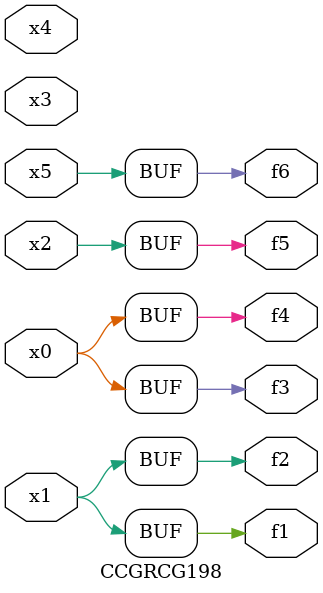
<source format=v>
module CCGRCG198(
	input x0, x1, x2, x3, x4, x5,
	output f1, f2, f3, f4, f5, f6
);
	assign f1 = x1;
	assign f2 = x1;
	assign f3 = x0;
	assign f4 = x0;
	assign f5 = x2;
	assign f6 = x5;
endmodule

</source>
